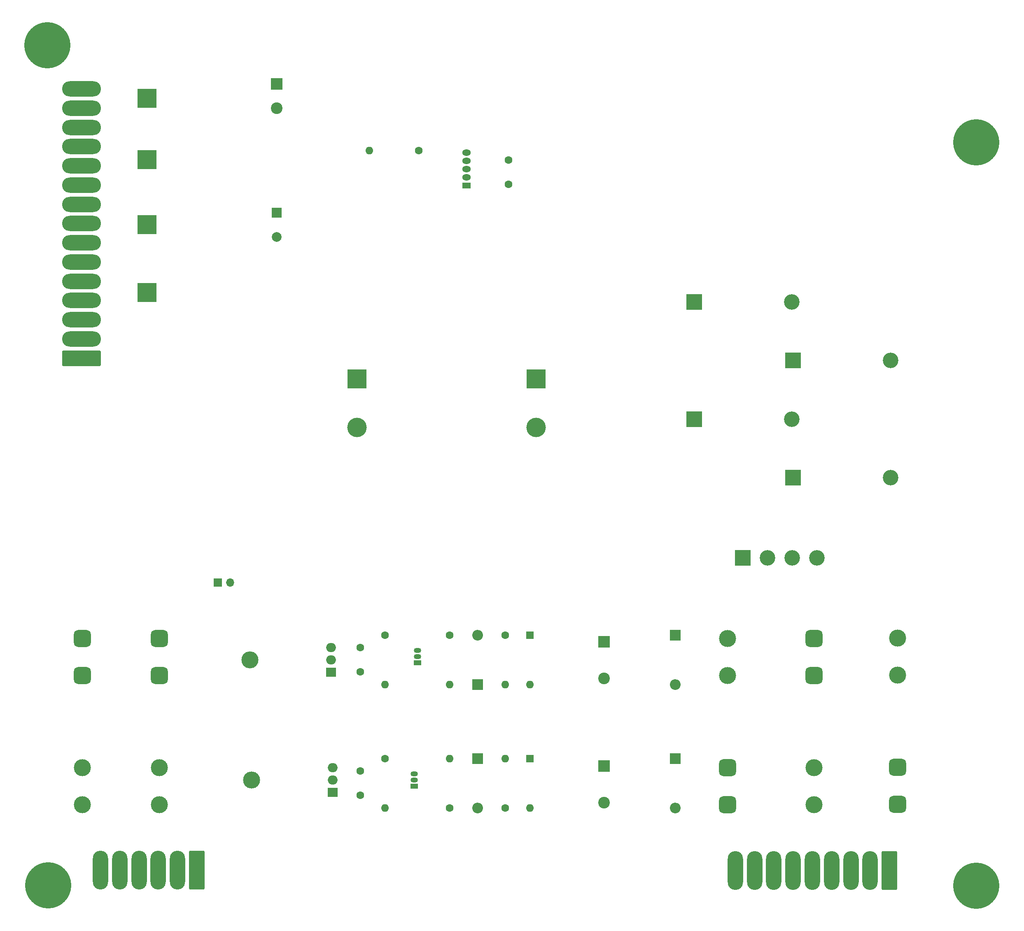
<source format=gts>
G04 #@! TF.GenerationSoftware,KiCad,Pcbnew,7.0.10-7.0.10~ubuntu22.04.1*
G04 #@! TF.CreationDate,2024-02-02T11:31:48-05:00*
G04 #@! TF.ProjectId,sys11c-power-supply,73797331-3163-42d7-906f-7765722d7375,1.0*
G04 #@! TF.SameCoordinates,Original*
G04 #@! TF.FileFunction,Soldermask,Top*
G04 #@! TF.FilePolarity,Negative*
%FSLAX46Y46*%
G04 Gerber Fmt 4.6, Leading zero omitted, Abs format (unit mm)*
G04 Created by KiCad (PCBNEW 7.0.10-7.0.10~ubuntu22.04.1) date 2024-02-02 11:31:48*
%MOMM*%
%LPD*%
G01*
G04 APERTURE LIST*
G04 Aperture macros list*
%AMRoundRect*
0 Rectangle with rounded corners*
0 $1 Rounding radius*
0 $2 $3 $4 $5 $6 $7 $8 $9 X,Y pos of 4 corners*
0 Add a 4 corners polygon primitive as box body*
4,1,4,$2,$3,$4,$5,$6,$7,$8,$9,$2,$3,0*
0 Add four circle primitives for the rounded corners*
1,1,$1+$1,$2,$3*
1,1,$1+$1,$4,$5*
1,1,$1+$1,$6,$7*
1,1,$1+$1,$8,$9*
0 Add four rect primitives between the rounded corners*
20,1,$1+$1,$2,$3,$4,$5,0*
20,1,$1+$1,$4,$5,$6,$7,0*
20,1,$1+$1,$6,$7,$8,$9,0*
20,1,$1+$1,$8,$9,$2,$3,0*%
G04 Aperture macros list end*
%ADD10R,4.000000X4.000000*%
%ADD11C,1.600000*%
%ADD12R,1.800000X1.275000*%
%ADD13O,1.800000X1.275000*%
%ADD14O,1.600000X1.600000*%
%ADD15RoundRect,0.875000X0.875000X-0.875000X0.875000X0.875000X-0.875000X0.875000X-0.875000X-0.875000X0*%
%ADD16C,3.500000*%
%ADD17R,2.400000X2.400000*%
%ADD18C,2.400000*%
%ADD19R,2.200000X2.200000*%
%ADD20O,2.200000X2.200000*%
%ADD21R,3.200000X3.200000*%
%ADD22C,3.200000*%
%ADD23O,3.500000X3.500000*%
%ADD24R,2.000000X1.905000*%
%ADD25O,2.000000X1.905000*%
%ADD26RoundRect,0.875000X-0.875000X0.875000X-0.875000X-0.875000X0.875000X-0.875000X0.875000X0.875000X0*%
%ADD27O,3.200000X3.200000*%
%ADD28R,1.500000X1.050000*%
%ADD29O,1.500000X1.050000*%
%ADD30RoundRect,0.250000X3.750000X-1.330000X3.750000X1.330000X-3.750000X1.330000X-3.750000X-1.330000X0*%
%ADD31O,8.000000X3.160000*%
%ADD32C,4.000000*%
%ADD33C,9.500000*%
%ADD34RoundRect,0.250000X1.330000X3.750000X-1.330000X3.750000X-1.330000X-3.750000X1.330000X-3.750000X0*%
%ADD35O,3.160000X8.000000*%
%ADD36R,1.600000X1.600000*%
%ADD37R,1.700000X1.700000*%
%ADD38O,1.700000X1.700000*%
%ADD39R,2.000000X2.000000*%
%ADD40C,2.000000*%
G04 APERTURE END LIST*
D10*
X97790000Y-68554600D03*
D11*
X141605000Y-194350000D03*
X141605000Y-199350000D03*
D12*
X163505000Y-73885000D03*
D13*
X163505000Y-72185000D03*
X163505000Y-70485000D03*
X163505000Y-68785000D03*
X163505000Y-67085000D03*
D11*
X160020000Y-166370000D03*
D14*
X160020000Y-176530000D03*
D15*
X217170000Y-201255000D03*
X217170000Y-193635000D03*
D16*
X217170000Y-174665000D03*
X217170000Y-167045000D03*
D17*
X191770000Y-193337246D03*
D18*
X191770000Y-200837246D03*
D11*
X160020000Y-201930000D03*
D14*
X160020000Y-191770000D03*
D19*
X206375000Y-191770000D03*
D20*
X206375000Y-201930000D03*
D21*
X220294200Y-150495000D03*
D22*
X225374200Y-150495000D03*
X230454200Y-150495000D03*
X235534200Y-150495000D03*
D23*
X118935000Y-171450000D03*
D24*
X135595000Y-173990000D03*
D25*
X135595000Y-171450000D03*
X135595000Y-168910000D03*
D19*
X165735000Y-191770000D03*
D20*
X165735000Y-201930000D03*
D26*
X100330000Y-167045000D03*
X100330000Y-174665000D03*
D16*
X100330000Y-193635000D03*
X100330000Y-201255000D03*
D21*
X210345000Y-97790000D03*
D27*
X230345000Y-97790000D03*
D28*
X153395000Y-172085000D03*
D29*
X153395000Y-170815000D03*
X153395000Y-169545000D03*
D10*
X97790000Y-95885000D03*
X97790000Y-55880000D03*
D30*
X84298200Y-109391200D03*
D31*
X84298200Y-105431200D03*
X84298200Y-101471200D03*
X84298200Y-97511200D03*
X84298200Y-93551200D03*
X84298200Y-89591200D03*
X84298200Y-85631200D03*
X84298200Y-81671200D03*
X84298200Y-77711200D03*
X84298200Y-73751200D03*
X84298200Y-69791200D03*
X84298200Y-65831200D03*
X84298200Y-61871200D03*
X84298200Y-57911200D03*
X84298200Y-53951200D03*
D10*
X140970000Y-113665000D03*
D32*
X140970000Y-123665000D03*
D33*
X268345200Y-217951800D03*
D11*
X172085000Y-73620000D03*
X172085000Y-68620000D03*
D26*
X84455000Y-167045000D03*
X84455000Y-174665000D03*
D16*
X84455000Y-193635000D03*
X84455000Y-201255000D03*
D33*
X77323200Y-44943800D03*
D21*
X230665000Y-109855000D03*
D27*
X250665000Y-109855000D03*
D33*
X268345800Y-64918000D03*
D11*
X146685000Y-191770000D03*
D14*
X146685000Y-201930000D03*
D26*
X234950000Y-167045000D03*
X234950000Y-174665000D03*
D16*
X234950000Y-193635000D03*
X234950000Y-201255000D03*
D23*
X119290600Y-196215000D03*
D24*
X135950600Y-198755000D03*
D25*
X135950600Y-196215000D03*
X135950600Y-193675000D03*
D19*
X165735000Y-176530000D03*
D20*
X165735000Y-166370000D03*
D11*
X171450000Y-166370000D03*
D14*
X171450000Y-176530000D03*
D10*
X177800000Y-113665000D03*
D32*
X177800000Y-123665000D03*
D19*
X206375000Y-166370000D03*
D20*
X206375000Y-176530000D03*
D34*
X250447400Y-214826600D03*
D35*
X246487400Y-214826600D03*
X242527400Y-214826600D03*
X238567400Y-214826600D03*
X234607400Y-214826600D03*
X230647400Y-214826600D03*
X226687400Y-214826600D03*
X222727400Y-214826600D03*
X218767400Y-214826600D03*
D28*
X152760000Y-197485000D03*
D29*
X152760000Y-196215000D03*
X152760000Y-194945000D03*
D36*
X176530000Y-166370000D03*
D14*
X176530000Y-176530000D03*
D34*
X108033200Y-214742400D03*
D35*
X104073200Y-214742400D03*
X100113200Y-214742400D03*
X96153200Y-214742400D03*
X92193200Y-214742400D03*
X88233200Y-214742400D03*
D10*
X97790000Y-81915000D03*
D37*
X112390000Y-155575000D03*
D38*
X114930000Y-155575000D03*
D21*
X230665000Y-133985000D03*
D27*
X250665000Y-133985000D03*
D33*
X77424800Y-217876000D03*
D21*
X210345000Y-121920000D03*
D27*
X230345000Y-121920000D03*
D17*
X124460000Y-52921041D03*
D18*
X124460000Y-57921041D03*
D36*
X176530000Y-191770000D03*
D14*
X176530000Y-201930000D03*
D11*
X146685000Y-166370000D03*
D14*
X146685000Y-176530000D03*
D17*
X191770000Y-167760000D03*
D18*
X191770000Y-175260000D03*
D11*
X171450000Y-201930000D03*
D14*
X171450000Y-191770000D03*
D11*
X153670000Y-66675000D03*
D14*
X143510000Y-66675000D03*
D15*
X252095000Y-201215000D03*
X252095000Y-193595000D03*
D16*
X252095000Y-174625000D03*
X252095000Y-167005000D03*
D11*
X141605000Y-168950000D03*
X141605000Y-173950000D03*
D39*
X124460000Y-79455000D03*
D40*
X124460000Y-84455000D03*
M02*

</source>
